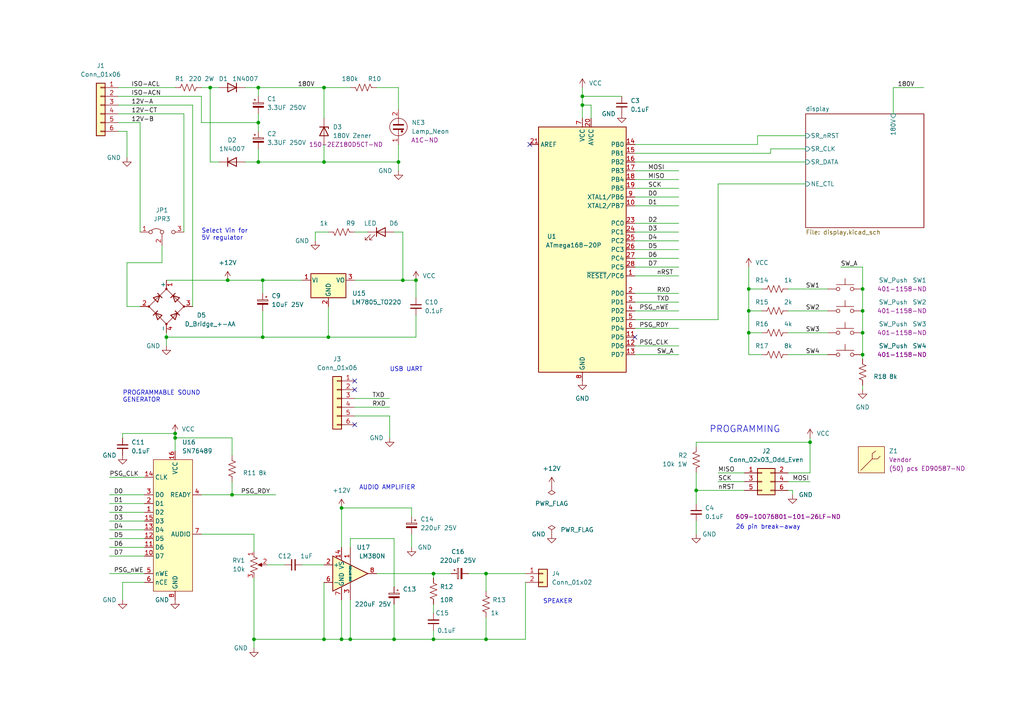
<source format=kicad_sch>
(kicad_sch (version 20211123) (generator eeschema)
  (paper "A4")
  (lib_symbols
    (symbol "Amplifier_Audio:LM380N" (pin_names (offset 0.127))
      (property "Reference" "U" (at 6.35 6.35 0))
      (property "Value" "LM380N" (at 6.35 3.81 0))
      (symbol "LM380N_0_1"
        (polyline (pts (xy -5.08 5.08) (xy 5.08 0) (xy -5.08 -5.08) (xy -5.08 5.08)) (stroke (width 0.254)) (fill (type background)))
      )
      (symbol "LM380N_1_1"
        (pin passive line (at 0 7.62 270) (length 5.08) (name "BYPASS") (number "1"))
        (pin passive line (at 0 -7.62 90) (length 5.08) hide (name "GND") (number "10"))
        (pin passive line (at 0 -7.62 90) (length 5.08) hide (name "GND") (number "11"))
        (pin passive line (at 0 -7.62 90) (length 5.08) hide (name "GND") (number "12"))
        (pin no_connect line (at 0 -2.54 90) (length 2.54) hide (name "NC") (number "13"))
        (pin power_in line (at -2.54 7.62 270) (length 3.81) (name "VS") (number "14"))
        (pin input line (at -7.62 2.54 0) (length 2.54) (name "+") (number "2"))
        (pin power_in line (at 0 -7.62 90) (length 5.08) (name "GND") (number "3"))
        (pin passive line (at 0 -7.62 90) (length 5.08) hide (name "GND") (number "4"))
        (pin passive line (at 0 -7.62 90) (length 5.08) hide (name "GND") (number "5"))
        (pin input line (at -7.62 -2.54 0) (length 2.54) (name "-") (number "6"))
        (pin power_in line (at -2.54 -7.62 90) (length 3.81) (name "GND") (number "7"))
        (pin output line (at 7.62 0 180) (length 2.54) (name "~") (number "8"))
        (pin no_connect line (at 0 2.54 270) (length 2.54) hide (name "NC") (number "9"))
      )
    )
    (symbol "Connector_Generic:Conn_01x02" (pin_names (offset 1.016) hide)
      (property "Reference" "J" (at 0 2.54 0))
      (property "Value" "Conn_01x02" (at 0 -5.08 0))
      (symbol "Conn_01x02_1_1"
        (rectangle (start -1.27 -2.413) (end 0 -2.667) (stroke (width 0.1524)))
        (rectangle (start -1.27 0.127) (end 0 -0.127) (stroke (width 0.1524)))
        (rectangle (start -1.27 1.27) (end 1.27 -3.81) (stroke (width 0.254)) (fill (type background)))
        (pin passive line (at -5.08 0 0) (length 3.81) (name "Pin_1") (number "1"))
        (pin passive line (at -5.08 -2.54 0) (length 3.81) (name "Pin_2") (number "2"))
      )
    )
    (symbol "Connector_Generic:Conn_01x06" (pin_names (offset 1.016) hide)
      (property "Reference" "J" (at 0 7.62 0))
      (property "Value" "Conn_01x06" (at 0 -10.16 0))
      (symbol "Conn_01x06_1_1"
        (rectangle (start -1.27 -7.493) (end 0 -7.747) (stroke (width 0.1524)))
        (rectangle (start -1.27 -4.953) (end 0 -5.207) (stroke (width 0.1524)))
        (rectangle (start -1.27 -2.413) (end 0 -2.667) (stroke (width 0.1524)))
        (rectangle (start -1.27 0.127) (end 0 -0.127) (stroke (width 0.1524)))
        (rectangle (start -1.27 2.667) (end 0 2.413) (stroke (width 0.1524)))
        (rectangle (start -1.27 5.207) (end 0 4.953) (stroke (width 0.1524)))
        (rectangle (start -1.27 6.35) (end 1.27 -8.89) (stroke (width 0.254)) (fill (type background)))
        (pin passive line (at -5.08 5.08 0) (length 3.81) (name "Pin_1") (number "1"))
        (pin passive line (at -5.08 2.54 0) (length 3.81) (name "Pin_2") (number "2"))
        (pin passive line (at -5.08 0 0) (length 3.81) (name "Pin_3") (number "3"))
        (pin passive line (at -5.08 -2.54 0) (length 3.81) (name "Pin_4") (number "4"))
        (pin passive line (at -5.08 -5.08 0) (length 3.81) (name "Pin_5") (number "5"))
        (pin passive line (at -5.08 -7.62 0) (length 3.81) (name "Pin_6") (number "6"))
      )
    )
    (symbol "Connector_Generic:Conn_02x03_Odd_Even" (pin_names (offset 1.016) hide)
      (property "Reference" "J" (at 1.27 5.08 0))
      (property "Value" "Conn_02x03_Odd_Even" (at 1.27 -5.08 0))
      (symbol "Conn_02x03_Odd_Even_1_1"
        (rectangle (start -1.27 -2.413) (end 0 -2.667) (stroke (width 0.1524)))
        (rectangle (start -1.27 0.127) (end 0 -0.127) (stroke (width 0.1524)))
        (rectangle (start -1.27 2.667) (end 0 2.413) (stroke (width 0.1524)))
        (rectangle (start -1.27 3.81) (end 3.81 -3.81) (stroke (width 0.254)) (fill (type background)))
        (rectangle (start 3.81 -2.413) (end 2.54 -2.667) (stroke (width 0.1524)))
        (rectangle (start 3.81 0.127) (end 2.54 -0.127) (stroke (width 0.1524)))
        (rectangle (start 3.81 2.667) (end 2.54 2.413) (stroke (width 0.1524)))
        (pin passive line (at -5.08 2.54 0) (length 3.81) (name "Pin_1") (number "1"))
        (pin passive line (at 7.62 2.54 180) (length 3.81) (name "Pin_2") (number "2"))
        (pin passive line (at -5.08 0 0) (length 3.81) (name "Pin_3") (number "3"))
        (pin passive line (at 7.62 0 180) (length 3.81) (name "Pin_4") (number "4"))
        (pin passive line (at -5.08 -2.54 0) (length 3.81) (name "Pin_5") (number "5"))
        (pin passive line (at 7.62 -2.54 180) (length 3.81) (name "Pin_6") (number "6"))
      )
    )
    (symbol "Device:C_Polarized_Small" (pin_numbers hide) (pin_names (offset 0.254) hide)
      (property "Reference" "C" (at 0.254 1.778 0))
      (property "Value" "C_Polarized_Small" (at 0.254 -2.032 0))
      (symbol "C_Polarized_Small_0_1"
        (rectangle (start -1.524 -0.3048) (end 1.524 -0.6858) (fill (type outline)))
        (rectangle (start -1.524 0.6858) (end 1.524 0.3048))
        (polyline (pts (xy -1.27 1.524) (xy -0.762 1.524)))
        (polyline (pts (xy -1.016 1.27) (xy -1.016 1.778)))
      )
      (symbol "C_Polarized_Small_1_1"
        (pin passive line (at 0 2.54 270) (length 1.8542) (name "~") (number "1"))
        (pin passive line (at 0 -2.54 90) (length 1.8542) (name "~") (number "2"))
      )
    )
    (symbol "Device:C_Small" (pin_numbers hide) (pin_names (offset 0.254) hide)
      (property "Reference" "C" (at 0.254 1.778 0))
      (property "Value" "C_Small" (at 0.254 -2.032 0))
      (symbol "C_Small_0_1"
        (polyline (pts (xy -1.524 -0.508) (xy 1.524 -0.508)) (stroke (width 0.3302)))
        (polyline (pts (xy -1.524 0.508) (xy 1.524 0.508)) (stroke (width 0.3048)))
      )
      (symbol "C_Small_1_1"
        (pin passive line (at 0 2.54 270) (length 2.032) (name "~") (number "1"))
        (pin passive line (at 0 -2.54 90) (length 2.032) (name "~") (number "2"))
      )
    )
    (symbol "Device:D_Bridge_+AA-" (pin_names (offset 0))
      (property "Reference" "D" (at 2.54 6.985 0))
      (property "Value" "D_Bridge_+AA-" (at 2.54 5.08 0))
      (symbol "D_Bridge_+AA-_0_1"
        (circle (center -5.08 0) (radius 0.254) (fill (type outline)))
        (circle (center 0 -5.08) (radius 0.254) (fill (type outline)))
        (polyline (pts (xy -2.54 3.81) (xy -1.27 2.54)) (stroke (width 0.254)))
        (polyline (pts (xy -1.27 -2.54) (xy -2.54 -3.81)) (stroke (width 0.254)))
        (polyline (pts (xy 2.54 -1.27) (xy 3.81 -2.54)) (stroke (width 0.254)))
        (polyline (pts (xy 2.54 1.27) (xy 3.81 2.54)) (stroke (width 0.254)))
        (polyline (pts (xy -3.81 2.54) (xy -2.54 1.27) (xy -1.905 3.175) (xy -3.81 2.54)) (stroke (width 0.254)))
        (polyline (pts (xy -2.54 -1.27) (xy -3.81 -2.54) (xy -1.905 -3.175) (xy -2.54 -1.27)) (stroke (width 0.254)))
        (polyline (pts (xy 1.27 2.54) (xy 2.54 3.81) (xy 3.175 1.905) (xy 1.27 2.54)) (stroke (width 0.254)))
        (polyline (pts (xy 3.175 -1.905) (xy 1.27 -2.54) (xy 2.54 -3.81) (xy 3.175 -1.905)) (stroke (width 0.254)))
        (polyline (pts (xy -5.08 0) (xy 0 -5.08) (xy 5.08 0) (xy 0 5.08) (xy -5.08 0)))
        (circle (center 0 5.08) (radius 0.254) (fill (type outline)))
        (circle (center 5.08 0) (radius 0.254) (fill (type outline)))
      )
      (symbol "D_Bridge_+AA-_1_1"
        (pin passive line (at 7.62 0 180) (length 2.54) (name "+") (number "1"))
        (pin passive line (at 0 7.62 270) (length 2.54) (name "~") (number "2"))
        (pin passive line (at 0 -7.62 90) (length 2.54) (name "~") (number "3"))
        (pin passive line (at -7.62 0 0) (length 2.54) (name "-") (number "4"))
      )
    )
    (symbol "Device:D_Zener" (pin_numbers hide) (pin_names (offset 1.016) hide)
      (property "Reference" "D" (at 0 2.54 0))
      (property "Value" "D_Zener" (at 0 -2.54 0))
      (symbol "D_Zener_0_1"
        (polyline (pts (xy 1.27 0) (xy -1.27 0)))
        (polyline (pts (xy -1.27 -1.27) (xy -1.27 1.27) (xy -0.762 1.27)) (stroke (width 0.254)))
        (polyline (pts (xy 1.27 -1.27) (xy 1.27 1.27) (xy -1.27 0) (xy 1.27 -1.27)) (stroke (width 0.254)))
      )
      (symbol "D_Zener_1_1"
        (pin passive line (at -3.81 0 0) (length 2.54) (name "K") (number "1"))
        (pin passive line (at 3.81 0 180) (length 2.54) (name "A") (number "2"))
      )
    )
    (symbol "Device:LED" (pin_numbers hide) (pin_names (offset 1.016) hide)
      (property "Reference" "D" (at 0 2.54 0))
      (property "Value" "LED" (at 0 -2.54 0))
      (symbol "LED_0_1"
        (polyline (pts (xy -1.27 -1.27) (xy -1.27 1.27)) (stroke (width 0.254)))
        (polyline (pts (xy -1.27 0) (xy 1.27 0)))
        (polyline (pts (xy 1.27 -1.27) (xy 1.27 1.27) (xy -1.27 0) (xy 1.27 -1.27)) (stroke (width 0.254)))
        (polyline (pts (xy -3.048 -0.762) (xy -4.572 -2.286) (xy -3.81 -2.286) (xy -4.572 -2.286) (xy -4.572 -1.524)))
        (polyline (pts (xy -1.778 -0.762) (xy -3.302 -2.286) (xy -2.54 -2.286) (xy -3.302 -2.286) (xy -3.302 -1.524)))
      )
      (symbol "LED_1_1"
        (pin passive line (at -3.81 0 0) (length 2.54) (name "K") (number "1"))
        (pin passive line (at 3.81 0 180) (length 2.54) (name "A") (number "2"))
      )
    )
    (symbol "Device:Lamp_Neon" (pin_names (offset 0.0254) hide)
      (property "Reference" "NE" (at 0.635 3.81 0))
      (property "Value" "Lamp_Neon" (at 0.635 -3.81 0))
      (symbol "Lamp_Neon_0_1"
        (rectangle (start -1.524 -0.508) (end 1.524 -0.762) (fill (type outline)))
        (rectangle (start -1.524 0.762) (end 1.524 0.508) (fill (type outline)))
        (polyline (pts (xy 0 -2.54) (xy 0 -0.762)))
        (polyline (pts (xy 0 0.762) (xy 0 2.54)))
        (circle (center 0 0) (radius 2.54))
        (circle (center 1.016 -1.27) (radius 0.254) (fill (type outline)))
      )
      (symbol "Lamp_Neon_1_1"
        (pin passive line (at 0 -5.08 90) (length 2.54) (name "~") (number "1"))
        (pin passive line (at 0 5.08 270) (length 2.54) (name "~") (number "2"))
      )
    )
    (symbol "Device:R_Potentiometer_US" (pin_names (offset 1.016) hide)
      (property "Reference" "RV" (at -4.445 0 90))
      (property "Value" "R_Potentiometer_US" (at -2.54 0 90))
      (symbol "R_Potentiometer_US_0_1"
        (polyline (pts (xy 0 -2.286) (xy 0 -2.54)))
        (polyline (pts (xy 0 2.54) (xy 0 2.286)))
        (polyline (pts (xy 2.54 0) (xy 1.524 0)))
        (polyline (pts (xy 1.143 0) (xy 2.286 0.508) (xy 2.286 -0.508) (xy 1.143 0)) (fill (type outline)))
        (polyline (pts (xy 0 -0.762) (xy 1.016 -1.143) (xy 0 -1.524) (xy -1.016 -1.905) (xy 0 -2.286)))
        (polyline (pts (xy 0 0.762) (xy 1.016 0.381) (xy 0 0) (xy -1.016 -0.381) (xy 0 -0.762)))
        (polyline (pts (xy 0 2.286) (xy 1.016 1.905) (xy 0 1.524) (xy -1.016 1.143) (xy 0 0.762)))
      )
      (symbol "R_Potentiometer_US_1_1"
        (pin passive line (at 0 3.81 270) (length 1.27) (name "1") (number "1"))
        (pin passive line (at 3.81 0 180) (length 1.27) (name "2") (number "2"))
        (pin passive line (at 0 -3.81 90) (length 1.27) (name "3") (number "3"))
      )
    )
    (symbol "Device:R_US" (pin_numbers hide) (pin_names (offset 0))
      (property "Reference" "R" (at 2.54 0 90))
      (property "Value" "R_US" (at -2.54 0 90))
      (symbol "R_US_0_1"
        (polyline (pts (xy 0 -2.286) (xy 0 -2.54)))
        (polyline (pts (xy 0 2.286) (xy 0 2.54)))
        (polyline (pts (xy 0 -0.762) (xy 1.016 -1.143) (xy 0 -1.524) (xy -1.016 -1.905) (xy 0 -2.286)))
        (polyline (pts (xy 0 0.762) (xy 1.016 0.381) (xy 0 0) (xy -1.016 -0.381) (xy 0 -0.762)))
        (polyline (pts (xy 0 2.286) (xy 1.016 1.905) (xy 0 1.524) (xy -1.016 1.143) (xy 0 0.762)))
      )
      (symbol "R_US_1_1"
        (pin passive line (at 0 3.81 270) (length 1.27) (name "~") (number "1"))
        (pin passive line (at 0 -3.81 90) (length 1.27) (name "~") (number "2"))
      )
    )
    (symbol "Diode:1N4007" (pin_numbers hide) (pin_names hide)
      (property "Reference" "D" (at 0 2.54 0))
      (property "Value" "1N4007" (at 0 -2.54 0))
      (symbol "1N4007_0_1"
        (polyline (pts (xy -1.27 1.27) (xy -1.27 -1.27)) (stroke (width 0.254)))
        (polyline (pts (xy 1.27 0) (xy -1.27 0)))
        (polyline (pts (xy 1.27 1.27) (xy 1.27 -1.27) (xy -1.27 0) (xy 1.27 1.27)) (stroke (width 0.254)))
      )
      (symbol "1N4007_1_1"
        (pin passive line (at -3.81 0 0) (length 2.54) (name "K") (number "1"))
        (pin passive line (at 3.81 0 180) (length 2.54) (name "A") (number "2"))
      )
    )
    (symbol "Jumper:Jumper_3_Bridged12" (pin_names (offset 0) hide)
      (property "Reference" "JP" (at -2.54 -2.54 0))
      (property "Value" "Jumper_3_Bridged12" (at 0 2.794 0))
      (symbol "Jumper_3_Bridged12_0_0"
        (circle (center -3.302 0) (radius 0.508))
        (circle (center 0 0) (radius 0.508))
        (circle (center 3.302 0) (radius 0.508))
      )
      (symbol "Jumper_3_Bridged12_0_1"
        (arc (start -0.254 0.508) (mid -1.651 0.9912) (end -3.048 0.508))
        (polyline (pts (xy 0 -1.27) (xy 0 -0.508)))
      )
      (symbol "Jumper_3_Bridged12_1_1"
        (pin passive line (at -6.35 0 0) (length 2.54) (name "A") (number "1"))
        (pin passive line (at 0 -3.81 90) (length 2.54) (name "C") (number "2"))
        (pin passive line (at 6.35 0 180) (length 2.54) (name "B") (number "3"))
      )
    )
    (symbol "MCU_Microchip_ATmega:ATmega168-20P"
      (property "Reference" "U" (at -12.7 36.83 0))
      (property "Value" "ATmega168-20P" (at 2.54 -36.83 0))
      (symbol "ATmega168-20P_0_1"
        (rectangle (start -12.7 -35.56) (end 12.7 35.56) (stroke (width 0.254)) (fill (type background)))
      )
      (symbol "ATmega168-20P_1_1"
        (pin bidirectional line (at 15.24 -7.62 180) (length 2.54) (name "~{RESET}/PC6") (number "1"))
        (pin bidirectional line (at 15.24 12.7 180) (length 2.54) (name "XTAL2/PB7") (number "10"))
        (pin bidirectional line (at 15.24 -25.4 180) (length 2.54) (name "PD5") (number "11"))
        (pin bidirectional line (at 15.24 -27.94 180) (length 2.54) (name "PD6") (number "12"))
        (pin bidirectional line (at 15.24 -30.48 180) (length 2.54) (name "PD7") (number "13"))
        (pin bidirectional line (at 15.24 30.48 180) (length 2.54) (name "PB0") (number "14"))
        (pin bidirectional line (at 15.24 27.94 180) (length 2.54) (name "PB1") (number "15"))
        (pin bidirectional line (at 15.24 25.4 180) (length 2.54) (name "PB2") (number "16"))
        (pin bidirectional line (at 15.24 22.86 180) (length 2.54) (name "PB3") (number "17"))
        (pin bidirectional line (at 15.24 20.32 180) (length 2.54) (name "PB4") (number "18"))
        (pin bidirectional line (at 15.24 17.78 180) (length 2.54) (name "PB5") (number "19"))
        (pin bidirectional line (at 15.24 -12.7 180) (length 2.54) (name "PD0") (number "2"))
        (pin power_in line (at 2.54 38.1 270) (length 2.54) (name "AVCC") (number "20"))
        (pin passive line (at -15.24 30.48 0) (length 2.54) (name "AREF") (number "21"))
        (pin passive line (at 0 -38.1 90) (length 2.54) hide (name "GND") (number "22"))
        (pin bidirectional line (at 15.24 7.62 180) (length 2.54) (name "PC0") (number "23"))
        (pin bidirectional line (at 15.24 5.08 180) (length 2.54) (name "PC1") (number "24"))
        (pin bidirectional line (at 15.24 2.54 180) (length 2.54) (name "PC2") (number "25"))
        (pin bidirectional line (at 15.24 0 180) (length 2.54) (name "PC3") (number "26"))
        (pin bidirectional line (at 15.24 -2.54 180) (length 2.54) (name "PC4") (number "27"))
        (pin bidirectional line (at 15.24 -5.08 180) (length 2.54) (name "PC5") (number "28"))
        (pin bidirectional line (at 15.24 -15.24 180) (length 2.54) (name "PD1") (number "3"))
        (pin bidirectional line (at 15.24 -17.78 180) (length 2.54) (name "PD2") (number "4"))
        (pin bidirectional line (at 15.24 -20.32 180) (length 2.54) (name "PD3") (number "5"))
        (pin bidirectional line (at 15.24 -22.86 180) (length 2.54) (name "PD4") (number "6"))
        (pin power_in line (at 0 38.1 270) (length 2.54) (name "VCC") (number "7"))
        (pin power_in line (at 0 -38.1 90) (length 2.54) (name "GND") (number "8"))
        (pin bidirectional line (at 15.24 15.24 180) (length 2.54) (name "XTAL1/PB6") (number "9"))
      )
    )
    (symbol "Regulator_Linear:LM7805_TO220" (pin_names (offset 0.254))
      (property "Reference" "U" (at -3.81 3.175 0))
      (property "Value" "LM7805_TO220" (at 0 3.175 0))
      (symbol "LM7805_TO220_0_1"
        (rectangle (start -5.08 1.905) (end 5.08 -5.08) (stroke (width 0.254)) (fill (type background)))
      )
      (symbol "LM7805_TO220_1_1"
        (pin power_in line (at -7.62 0 0) (length 2.54) (name "VI") (number "1"))
        (pin power_in line (at 0 -7.62 90) (length 2.54) (name "GND") (number "2"))
        (pin power_out line (at 7.62 0 180) (length 2.54) (name "VO") (number "3"))
      )
    )
    (symbol "Switch:SW_Push" (pin_numbers hide) (pin_names (offset 1.016) hide)
      (property "Reference" "SW" (at 1.27 2.54 0))
      (property "Value" "SW_Push" (at 0 -1.524 0))
      (symbol "SW_Push_0_1"
        (circle (center -2.032 0) (radius 0.508))
        (polyline (pts (xy 0 1.27) (xy 0 3.048)))
        (polyline (pts (xy 2.54 1.27) (xy -2.54 1.27)))
        (circle (center 2.032 0) (radius 0.508))
        (pin passive line (at -5.08 0 0) (length 2.54) (name "1") (number "1"))
        (pin passive line (at 5.08 0 180) (length 2.54) (name "2") (number "2"))
      )
    )
    (symbol "my_misc:BOM_Item" (on_board no)
      (property "Reference" "Z" (at -5.08 2.54 0))
      (property "Vendor" "Vendor" (at 12.192 -3.81 0))
      (property "CatNo" "CatNo" (at 20.32 -3.81 0))
      (symbol "BOM_Item_0_1"
        (polyline (pts (xy 4.064 -3.556) (xy 4.064 -2.032) (xy 5.08 -1.27)))
        (polyline (pts (xy 0.762 -6.858) (xy 4.064 -3.556) (xy 5.588 -3.556) (xy 6.35 -2.794)))
        (rectangle (start 0 0) (end 7.62 -7.62) (fill (type background)))
      )
    )
    (symbol "power:+12V" (power) (pin_names (offset 0))
      (property "Value" "+12V" (at 0 3.556 0))
      (symbol "+12V_0_1"
        (polyline (pts (xy -0.762 1.27) (xy 0 2.54)))
        (polyline (pts (xy 0 0) (xy 0 2.54)))
        (polyline (pts (xy 0 2.54) (xy 0.762 1.27)))
      )
      (symbol "+12V_1_1"
        (pin power_in line (at 0 0 90) (length 0) hide (name "+12V") (number "1"))
      )
    )
    (symbol "power:GND" (power) (pin_names (offset 0))
      (property "Value" "GND" (at 0 -3.81 0))
      (symbol "GND_0_1"
        (polyline (pts (xy 0 0) (xy 0 -1.27) (xy 1.27 -1.27) (xy 0 -2.54) (xy -1.27 -1.27) (xy 0 -1.27)))
      )
      (symbol "GND_1_1"
        (pin power_in line (at 0 0 270) (length 0) hide (name "GND") (number "1"))
      )
    )
    (symbol "power:PWR_FLAG" (power) (pin_numbers hide) (pin_names (offset 0) hide)
      (property "Value" "PWR_FLAG" (at 0 3.81 0))
      (symbol "PWR_FLAG_0_0"
        (pin power_out line (at 0 0 90) (length 0) (name "pwr") (number "1"))
      )
      (symbol "PWR_FLAG_0_1"
        (polyline (pts (xy 0 0) (xy 0 1.27) (xy -1.016 1.905) (xy 0 2.54) (xy 1.016 1.905) (xy 0 1.27)))
      )
    )
    (symbol "power:VCC" (power) (pin_names (offset 0))
      (property "Value" "VCC" (at 0 3.81 0))
      (symbol "VCC_0_1"
        (polyline (pts (xy -0.762 1.27) (xy 0 2.54)))
        (polyline (pts (xy 0 0) (xy 0 2.54)))
        (polyline (pts (xy 0 2.54) (xy 0.762 1.27)))
      )
      (symbol "VCC_1_1"
        (pin power_in line (at 0 0 90) (length 0) hide (name "VCC") (number "1"))
      )
    )
    (symbol "sound_gen:SN76489"
      (property "Reference" "U" (at 6.35 22.86 0))
      (property "Value" "SN76489" (at 10.16 20.32 0))
      (symbol "SN76489_0_1"
        (rectangle (start -6.35 19.05) (end 5.08 -19.05) (fill (type background)))
      )
      (symbol "SN76489_1_1"
        (pin input line (at -8.89 3.81 0) (length 2.54) (name "D2") (number "1"))
        (pin input line (at -8.89 -8.89 0) (length 2.54) (name "D7") (number "10"))
        (pin input line (at -8.89 -6.35 0) (length 2.54) (name "D6") (number "11"))
        (pin input line (at -8.89 -3.81 0) (length 2.54) (name "D5") (number "12"))
        (pin input line (at -8.89 -1.27 0) (length 2.54) (name "D4") (number "13"))
        (pin input line (at -8.89 13.97 0) (length 2.54) (name "CLK") (number "14"))
        (pin input line (at -8.89 1.27 0) (length 2.54) (name "D3") (number "15"))
        (pin passive line (at 0 21.59 270) (length 2.54) (name "VCC") (number "16"))
        (pin input line (at -8.89 6.35 0) (length 2.54) (name "D1") (number "2"))
        (pin input line (at -8.89 8.89 0) (length 2.54) (name "D0") (number "3"))
        (pin output line (at 7.62 8.89 180) (length 2.54) (name "READY") (number "4"))
        (pin input line (at -8.89 -13.97 0) (length 2.54) (name "nWE") (number "5"))
        (pin input line (at -8.89 -16.51 0) (length 2.54) (name "nCE") (number "6"))
        (pin output line (at 7.62 -2.54 180) (length 2.54) (name "AUDIO") (number "7"))
        (pin passive line (at 0 -21.59 90) (length 2.54) (name "GND") (number "8"))
      )
    )
  )
  (junction (at 50.8 125.73))
  (junction (at 48.26 97.79))
  (junction (at 74.93 25.4))
  (junction (at 140.97 166.37))
  (junction (at 66.04 81.28))
  (junction (at 168.91 30.48))
  (junction (at 114.3 185.42))
  (junction (at 101.6 185.42))
  (junction (at 217.17 96.52))
  (junction (at 74.93 35.56))
  (junction (at 74.93 46.99))
  (junction (at 168.91 27.94))
  (junction (at 73.66 185.42))
  (junction (at 76.2 97.79))
  (junction (at 115.57 46.99))
  (junction (at 217.17 90.17))
  (junction (at 99.06 185.42))
  (junction (at 125.73 185.42))
  (junction (at 250.19 96.52))
  (junction (at 250.19 83.82))
  (junction (at 217.17 83.82))
  (junction (at 93.98 46.99))
  (junction (at 201.93 142.24))
  (junction (at 250.19 90.17))
  (junction (at 67.31 143.51))
  (junction (at 60.96 25.4))
  (junction (at 76.2 81.28))
  (junction (at 120.65 81.28))
  (junction (at 93.98 25.4))
  (junction (at 93.98 185.42))
  (junction (at 140.97 185.42))
  (junction (at 99.06 147.32))
  (junction (at 95.25 97.79))
  (junction (at 116.84 81.28))
  (junction (at 50.8 127))
  (junction (at 250.19 102.87))
  (junction (at 125.73 166.37))
  (junction (at 234.95 128.27))
  (no_connect (at 184.15 97.79))
  (no_connect (at 102.87 123.19))
  (no_connect (at 153.67 41.91))
  (no_connect (at 102.87 110.49))
  (no_connect (at 102.87 113.03))
  (wire (pts (xy 201.93 151.13) (xy 201.93 154.94)))
  (wire (pts (xy 115.57 41.91) (xy 115.57 46.99)))
  (wire (pts (xy 217.17 83.82) (xy 220.98 83.82)))
  (wire (pts (xy 120.65 86.36) (xy 120.65 81.28)))
  (wire (pts (xy 93.98 41.91) (xy 93.98 46.99)))
  (wire (pts (xy 119.38 147.32) (xy 119.38 149.86)))
  (wire (pts (xy 102.87 118.11) (xy 113.03 118.11)))
  (wire (pts (xy 125.73 185.42) (xy 114.3 185.42)))
  (wire (pts (xy 250.19 90.17) (xy 250.19 96.52)))
  (wire (pts (xy 208.28 92.71) (xy 208.28 53.34)))
  (wire (pts (xy 74.93 25.4) (xy 74.93 27.94)))
  (wire (pts (xy 140.97 166.37) (xy 140.97 171.45)))
  (wire (pts (xy 217.17 90.17) (xy 220.98 90.17)))
  (wire (pts (xy 101.6 173.99) (xy 101.6 185.42)))
  (wire (pts (xy 31.75 151.13) (xy 41.91 151.13)))
  (wire (pts (xy 120.65 97.79) (xy 95.25 97.79)))
  (wire (pts (xy 125.73 166.37) (xy 130.81 166.37)))
  (wire (pts (xy 113.03 120.65) (xy 113.03 127)))
  (wire (pts (xy 228.6 102.87) (xy 240.03 102.87)))
  (wire (pts (xy 184.15 57.15) (xy 196.85 57.15)))
  (wire (pts (xy 135.89 166.37) (xy 140.97 166.37)))
  (wire (pts (xy 184.15 67.31) (xy 196.85 67.31)))
  (wire (pts (xy 217.17 96.52) (xy 217.17 102.87)))
  (wire (pts (xy 219.71 41.91) (xy 219.71 39.37)))
  (wire (pts (xy 31.75 146.05) (xy 41.91 146.05)))
  (wire (pts (xy 229.87 142.24) (xy 229.87 143.51)))
  (wire (pts (xy 67.31 143.51) (xy 80.01 143.51)))
  (wire (pts (xy 114.3 67.31) (xy 116.84 67.31)))
  (wire (pts (xy 184.15 64.77) (xy 196.85 64.77)))
  (wire (pts (xy 171.45 30.48) (xy 168.91 30.48)))
  (wire (pts (xy 35.56 168.91) (xy 35.56 173.99)))
  (wire (pts (xy 77.47 163.83) (xy 82.55 163.83)))
  (wire (pts (xy 34.29 25.4) (xy 50.8 25.4)))
  (wire (pts (xy 208.28 53.34) (xy 233.68 53.34)))
  (wire (pts (xy 102.87 67.31) (xy 106.68 67.31)))
  (wire (pts (xy 250.19 83.82) (xy 250.19 90.17)))
  (wire (pts (xy 35.56 127) (xy 35.56 125.73)))
  (wire (pts (xy 184.15 87.63) (xy 196.85 87.63)))
  (wire (pts (xy 76.2 97.79) (xy 48.26 97.79)))
  (wire (pts (xy 184.15 41.91) (xy 219.71 41.91)))
  (wire (pts (xy 74.93 35.56) (xy 74.93 38.1)))
  (wire (pts (xy 93.98 168.91) (xy 93.98 185.42)))
  (wire (pts (xy 87.63 81.28) (xy 76.2 81.28)))
  (wire (pts (xy 31.75 153.67) (xy 41.91 153.67)))
  (wire (pts (xy 87.63 163.83) (xy 93.98 163.83)))
  (wire (pts (xy 201.93 142.24) (xy 215.9 142.24)))
  (wire (pts (xy 36.83 76.2) (xy 36.83 88.9)))
  (wire (pts (xy 120.65 91.44) (xy 120.65 97.79)))
  (wire (pts (xy 184.15 100.33) (xy 196.85 100.33)))
  (wire (pts (xy 40.64 35.56) (xy 34.29 35.56)))
  (wire (pts (xy 184.15 77.47) (xy 196.85 77.47)))
  (wire (pts (xy 53.34 33.02) (xy 53.34 67.31)))
  (wire (pts (xy 55.88 30.48) (xy 55.88 88.9)))
  (wire (pts (xy 60.96 46.99) (xy 63.5 46.99)))
  (wire (pts (xy 76.2 81.28) (xy 76.2 85.09)))
  (wire (pts (xy 250.19 111.76) (xy 250.19 113.03)))
  (wire (pts (xy 184.15 49.53) (xy 196.85 49.53)))
  (wire (pts (xy 217.17 77.47) (xy 217.17 83.82)))
  (wire (pts (xy 31.75 166.37) (xy 41.91 166.37)))
  (wire (pts (xy 109.22 25.4) (xy 115.57 25.4)))
  (wire (pts (xy 109.22 166.37) (xy 125.73 166.37)))
  (wire (pts (xy 201.93 128.27) (xy 234.95 128.27)))
  (wire (pts (xy 99.06 185.42) (xy 93.98 185.42)))
  (wire (pts (xy 116.84 81.28) (xy 102.87 81.28)))
  (wire (pts (xy 250.19 102.87) (xy 250.19 104.14)))
  (wire (pts (xy 36.83 38.1) (xy 34.29 38.1)))
  (wire (pts (xy 114.3 156.21) (xy 114.3 170.18)))
  (wire (pts (xy 34.29 33.02) (xy 53.34 33.02)))
  (wire (pts (xy 228.6 142.24) (xy 229.87 142.24)))
  (wire (pts (xy 93.98 25.4) (xy 74.93 25.4)))
  (wire (pts (xy 58.42 27.94) (xy 58.42 35.56)))
  (wire (pts (xy 115.57 46.99) (xy 115.57 49.53)))
  (wire (pts (xy 66.04 81.28) (xy 76.2 81.28)))
  (wire (pts (xy 184.15 102.87) (xy 196.85 102.87)))
  (wire (pts (xy 250.19 96.52) (xy 250.19 102.87)))
  (wire (pts (xy 168.91 27.94) (xy 168.91 30.48)))
  (wire (pts (xy 140.97 166.37) (xy 152.4 166.37)))
  (wire (pts (xy 91.44 67.31) (xy 95.25 67.31)))
  (wire (pts (xy 76.2 90.17) (xy 76.2 97.79)))
  (wire (pts (xy 184.15 54.61) (xy 196.85 54.61)))
  (wire (pts (xy 228.6 90.17) (xy 240.03 90.17)))
  (wire (pts (xy 184.15 95.25) (xy 196.85 95.25)))
  (wire (pts (xy 120.65 81.28) (xy 116.84 81.28)))
  (wire (pts (xy 36.83 88.9) (xy 40.64 88.9)))
  (wire (pts (xy 250.19 83.82) (xy 250.19 77.47)))
  (wire (pts (xy 228.6 137.16) (xy 234.95 137.16)))
  (wire (pts (xy 48.26 96.52) (xy 48.26 97.79)))
  (wire (pts (xy 184.15 85.09) (xy 196.85 85.09)))
  (wire (pts (xy 184.15 80.01) (xy 196.85 80.01)))
  (wire (pts (xy 184.15 52.07) (xy 196.85 52.07)))
  (wire (pts (xy 50.8 125.73) (xy 50.8 127)))
  (wire (pts (xy 31.75 138.43) (xy 41.91 138.43)))
  (wire (pts (xy 217.17 96.52) (xy 220.98 96.52)))
  (wire (pts (xy 58.42 35.56) (xy 74.93 35.56)))
  (wire (pts (xy 208.28 139.7) (xy 215.9 139.7)))
  (wire (pts (xy 201.93 137.16) (xy 201.93 142.24)))
  (wire (pts (xy 95.25 97.79) (xy 76.2 97.79)))
  (wire (pts (xy 140.97 179.07) (xy 140.97 185.42)))
  (wire (pts (xy 234.95 127) (xy 234.95 128.27)))
  (wire (pts (xy 93.98 46.99) (xy 115.57 46.99)))
  (wire (pts (xy 41.91 168.91) (xy 35.56 168.91)))
  (wire (pts (xy 73.66 185.42) (xy 73.66 187.96)))
  (wire (pts (xy 58.42 143.51) (xy 67.31 143.51)))
  (wire (pts (xy 102.87 115.57) (xy 113.03 115.57)))
  (wire (pts (xy 40.64 67.31) (xy 40.64 35.56)))
  (wire (pts (xy 171.45 34.29) (xy 171.45 30.48)))
  (wire (pts (xy 184.15 46.99) (xy 233.68 46.99)))
  (wire (pts (xy 140.97 185.42) (xy 125.73 185.42)))
  (wire (pts (xy 74.93 43.18) (xy 74.93 46.99)))
  (wire (pts (xy 73.66 167.64) (xy 73.66 185.42)))
  (wire (pts (xy 31.75 143.51) (xy 41.91 143.51)))
  (wire (pts (xy 73.66 154.94) (xy 73.66 160.02)))
  (wire (pts (xy 101.6 156.21) (xy 114.3 156.21)))
  (wire (pts (xy 46.99 71.12) (xy 46.99 76.2)))
  (wire (pts (xy 184.15 44.45) (xy 223.52 44.45)))
  (wire (pts (xy 217.17 83.82) (xy 217.17 90.17)))
  (wire (pts (xy 31.75 158.75) (xy 41.91 158.75)))
  (wire (pts (xy 168.91 25.4) (xy 168.91 27.94)))
  (wire (pts (xy 184.15 59.69) (xy 196.85 59.69)))
  (wire (pts (xy 234.95 128.27) (xy 234.95 137.16)))
  (wire (pts (xy 34.29 27.94) (xy 58.42 27.94)))
  (wire (pts (xy 168.91 30.48) (xy 168.91 34.29)))
  (wire (pts (xy 48.26 81.28) (xy 66.04 81.28)))
  (wire (pts (xy 34.29 30.48) (xy 55.88 30.48)))
  (wire (pts (xy 243.84 77.47) (xy 250.19 77.47)))
  (wire (pts (xy 228.6 96.52) (xy 240.03 96.52)))
  (wire (pts (xy 228.6 83.82) (xy 240.03 83.82)))
  (wire (pts (xy 99.06 173.99) (xy 99.06 185.42)))
  (wire (pts (xy 71.12 25.4) (xy 74.93 25.4)))
  (wire (pts (xy 74.93 46.99) (xy 93.98 46.99)))
  (wire (pts (xy 58.42 25.4) (xy 60.96 25.4)))
  (wire (pts (xy 208.28 137.16) (xy 215.9 137.16)))
  (wire (pts (xy 228.6 139.7) (xy 234.95 139.7)))
  (wire (pts (xy 91.44 69.85) (xy 91.44 67.31)))
  (wire (pts (xy 125.73 182.88) (xy 125.73 185.42)))
  (wire (pts (xy 223.52 44.45) (xy 223.52 43.18)))
  (wire (pts (xy 152.4 185.42) (xy 140.97 185.42)))
  (wire (pts (xy 93.98 34.29) (xy 93.98 25.4)))
  (wire (pts (xy 119.38 154.94) (xy 119.38 158.75)))
  (wire (pts (xy 152.4 168.91) (xy 152.4 185.42)))
  (wire (pts (xy 217.17 90.17) (xy 217.17 96.52)))
  (wire (pts (xy 60.96 25.4) (xy 63.5 25.4)))
  (wire (pts (xy 220.98 102.87) (xy 217.17 102.87)))
  (wire (pts (xy 101.6 185.42) (xy 99.06 185.42)))
  (wire (pts (xy 201.93 146.05) (xy 201.93 142.24)))
  (wire (pts (xy 259.08 33.02) (xy 259.08 25.4)))
  (wire (pts (xy 67.31 139.7) (xy 67.31 143.51)))
  (wire (pts (xy 73.66 185.42) (xy 93.98 185.42)))
  (wire (pts (xy 116.84 67.31) (xy 116.84 81.28)))
  (wire (pts (xy 184.15 69.85) (xy 196.85 69.85)))
  (wire (pts (xy 31.75 148.59) (xy 41.91 148.59)))
  (wire (pts (xy 93.98 25.4) (xy 101.6 25.4)))
  (wire (pts (xy 223.52 43.18) (xy 233.68 43.18)))
  (wire (pts (xy 101.6 158.75) (xy 101.6 156.21)))
  (wire (pts (xy 102.87 120.65) (xy 113.03 120.65)))
  (wire (pts (xy 95.25 88.9) (xy 95.25 97.79)))
  (wire (pts (xy 219.71 39.37) (xy 233.68 39.37)))
  (wire (pts (xy 184.15 92.71) (xy 208.28 92.71)))
  (wire (pts (xy 67.31 132.08) (xy 67.31 127)))
  (wire (pts (xy 74.93 33.02) (xy 74.93 35.56)))
  (wire (pts (xy 60.96 25.4) (xy 60.96 46.99)))
  (wire (pts (xy 114.3 175.26) (xy 114.3 185.42)))
  (wire (pts (xy 201.93 129.54) (xy 201.93 128.27)))
  (wire (pts (xy 168.91 27.94) (xy 180.34 27.94)))
  (wire (pts (xy 67.31 127) (xy 50.8 127)))
  (wire (pts (xy 31.75 161.29) (xy 41.91 161.29)))
  (wire (pts (xy 46.99 76.2) (xy 36.83 76.2)))
  (wire (pts (xy 31.75 156.21) (xy 41.91 156.21)))
  (wire (pts (xy 125.73 175.26) (xy 125.73 177.8)))
  (wire (pts (xy 114.3 185.42) (xy 101.6 185.42)))
  (wire (pts (xy 259.08 25.4) (xy 267.97 25.4)))
  (wire (pts (xy 58.42 154.94) (xy 73.66 154.94)))
  (wire (pts (xy 48.26 97.79) (xy 48.26 100.33)))
  (wire (pts (xy 36.83 45.72) (xy 36.83 38.1)))
  (wire (pts (xy 50.8 127) (xy 50.8 130.81)))
  (wire (pts (xy 35.56 125.73) (xy 50.8 125.73)))
  (wire (pts (xy 115.57 25.4) (xy 115.57 31.75)))
  (wire (pts (xy 184.15 74.93) (xy 196.85 74.93)))
  (wire (pts (xy 71.12 46.99) (xy 74.93 46.99)))
  (wire (pts (xy 99.06 158.75) (xy 99.06 147.32)))
  (wire (pts (xy 99.06 147.32) (xy 119.38 147.32)))
  (wire (pts (xy 184.15 72.39) (xy 196.85 72.39)))
  (wire (pts (xy 184.15 90.17) (xy 196.85 90.17)))
  (wire (pts (xy 125.73 166.37) (xy 125.73 167.64)))
  (text "AUDIO AMPLIFIER" (at 104.14 142.24 0) (effects (font (size 1.27 1.27)) (justify left bottom)))
  (text "USB UART" (at 113.03 107.95 0) (effects (font (size 1.27 1.27)) (justify left bottom)))
  (text "Select Vin for\n5V regulator" (at 58.42 69.85 0) (effects (font (size 1.27 1.27)) (justify left bottom)))
  (text "26 pin break-away" (at 213.36 153.67 0) (effects (font (size 1.27 1.27)) (justify left bottom)))
  (text "PROGRAMMING" (at 205.74 125.73 0) (effects (font (size 1.905 1.905)) (justify left bottom)))
  (text "PROGRAMMABLE SOUND\nGENERATOR" (at 35.56 116.84 0) (effects (font (size 1.27 1.27)) (justify left bottom)))
  (text "SPEAKER" (at 157.48 175.26 0) (effects (font (size 1.27 1.27)) (justify left bottom)))
  (label "nRST" (at 208.28 142.24 0))
  (label "nRST" (at 190.5 80.01 0))
  (label "MISO" (at 187.96 52.07 0))
  (label "D1" (at 33.02 146.05 0))
  (label "D7" (at 187.96 77.47 0))
  (label "ISO-ACL" (at 38.1 25.4 0))
  (label "TXD" (at 190.5 87.63 0))
  (label "D0" (at 187.96 57.15 0))
  (label "SCK" (at 187.96 54.61 0))
  (label "ISO-ACN" (at 38.1 27.94 0))
  (label "MOSI" (at 229.87 139.7 0))
  (label "MOSI" (at 187.96 49.53 0))
  (label "D4" (at 187.96 69.85 0))
  (label "PSG_nWE" (at 33.02 166.37 0))
  (label "D5" (at 33.02 156.21 0))
  (label "RXD" (at 107.95 118.11 0))
  (label "D3" (at 33.02 151.13 0))
  (label "D2" (at 33.02 148.59 0))
  (label "D1" (at 187.96 59.69 0))
  (label "PSG_nWE" (at 185.42 90.17 0))
  (label "PSG_CLK" (at 185.42 100.33 0))
  (label "D3" (at 187.96 67.31 0))
  (label "SW4" (at 233.68 102.87 0))
  (label "180V" (at 86.36 25.4 0))
  (label "SW_A" (at 243.84 77.47 0))
  (label "180V" (at 260.35 25.4 0))
  (label "MISO" (at 208.28 137.16 0))
  (label "SW1" (at 233.68 83.82 0))
  (label "D5" (at 187.96 72.39 0))
  (label "TXD" (at 107.95 115.57 0))
  (label "SW3" (at 233.68 96.52 0))
  (label "D4" (at 33.02 153.67 0))
  (label "12V-A" (at 38.1 30.48 0))
  (label "12V-CT" (at 38.1 33.02 0))
  (label "PSG_RDY" (at 185.42 95.25 0))
  (label "D2" (at 187.96 64.77 0))
  (label "SW2" (at 233.68 90.17 0))
  (label "D6" (at 33.02 158.75 0))
  (label "RXD" (at 190.5 85.09 0))
  (label "12V-B" (at 38.1 35.56 0))
  (label "SCK" (at 208.28 139.7 0))
  (label "PSG_RDY" (at 69.85 143.51 0))
  (label "PSG_CLK" (at 31.75 138.43 0))
  (label "D6" (at 187.96 74.93 0))
  (label "D7" (at 33.02 161.29 0))
  (label "D0" (at 33.02 143.51 0))
  (label "SW_A" (at 190.5 102.87 0))
  (symbol (lib_id "Device:C_Polarized_Small") (at 133.35 166.37 90) (mirror x) (unit 1)
    (property "Reference" "C16" (at 132.8039 160.02 90))
    (property "Value" "220uF 25V" (at 132.8039 162.56 90))
    (property "Footprint" "Capacitor_THT:CP_Radial_D6.3mm_P2.50mm" (effects hide))
    (property "CatNo" "1189-1233-ND" (effects hide))
  )
  (symbol (lib_id "Connector_Generic:Conn_01x02") (at 157.48 166.37 0) (unit 1)
    (property "Reference" "J4" (at 160.02 166.3699 0) (effects (justify left)))
    (property "Value" "Conn_01x02" (at 160.02 168.9099 0) (effects (justify left)))
    (property "Footprint" "Connector_PinHeader_2.54mm:PinHeader_1x02_P2.54mm_Vertical" (effects hide))
  )
  (symbol (lib_id "Jumper:Jumper_3_Bridged12") (at 46.99 67.31 0) (unit 1)
    (property "Reference" "JP1" (at 46.99 60.96 0))
    (property "Value" "JPR3" (at 46.99 63.5 0))
    (property "Footprint" "Connector_PinHeader_2.54mm:PinHeader_1x03_P2.54mm_Vertical" (effects hide))
  )
  (symbol (lib_id "MCU_Microchip_ATmega:ATmega168-20P") (at 168.91 72.39 0) (unit 1)
    (property "Reference" "U1" (at 160.02 68.58 0))
    (property "Value" "ATmega168-20P" (at 166.37 71.12 0))
    (property "Footprint" "Package_DIP:DIP-28_W7.62mm" (effects hide))
    (property "Datasheet" "http://ww1.microchip.com/downloads/en/DeviceDoc/Atmel-2545-8-bit-AVR-Microcontroller-ATmega48-88-168_Datasheet.pdf" (effects hide))
    (property "CatNo" "ATMEGA168A-PU-ND" (effects hide))
  )
  (symbol (lib_id "Device:C_Polarized_Small") (at 76.2 87.63 0) (mirror y) (unit 1)
    (property "Reference" "C9" (at 78.74 85.8138 0) (effects (justify right)))
    (property "Value" "10uF 25V" (at 78.74 88.3538 0) (effects (justify right)))
    (property "Footprint" "Capacitor_THT:CP_Radial_D5.0mm_P2.00mm" (effects hide))
    (property "CatNo" "338-1716-ND" (effects hide))
  )
  (symbol (lib_id "power:GND") (at 35.56 173.99 0) (mirror y) (unit 1)
    (property "Reference" "#PWR030" (effects hide))
    (property "Value" "GND" (at 31.75 173.99 0))
  )
  (symbol (lib_id "power:GND") (at 168.91 110.49 0) (unit 1)
    (property "Reference" "#PWR04" (effects hide))
    (property "Value" "GND" (at 168.91 115.57 0))
  )
  (symbol (lib_id "power:GND") (at 119.38 158.75 0) (unit 1)
    (property "Reference" "#PWR036" (effects hide))
    (property "Value" "GND" (at 123.19 158.75 0))
  )
  (symbol (lib_id "my_misc:BOM_Item") (at 248.92 129.54 0) (unit 1) (on_board no)
    (property "Reference" "Z1" (at 257.81 130.8099 0) (effects (justify left)))
    (property "Value" "BOM_Item" (effects hide))
    (property "Vendor" "Vendor" (at 257.81 133.3499 0) (effects (justify left)))
    (property "CatNo" "(50) pcs ED90587-ND" (at 257.81 135.8899 0) (effects (justify left)))
  )
  (symbol (lib_id "power:GND") (at 91.44 69.85 0) (mirror y) (unit 1)
    (property "Reference" "#PWR027" (effects hide))
    (property "Value" "GND" (at 87.63 69.85 0))
  )
  (symbol (lib_id "Device:C_Polarized_Small") (at 119.38 152.4 0) (mirror y) (unit 1)
    (property "Reference" "C14" (at 121.92 150.5838 0) (effects (justify right)))
    (property "Value" "220uF 25V" (at 121.92 153.1238 0) (effects (justify right)))
    (property "Footprint" "Capacitor_THT:CP_Radial_D6.3mm_P2.50mm" (effects hide))
    (property "CatNo" "1189-1233-ND" (effects hide))
  )
  (symbol (lib_id "Device:Lamp_Neon") (at 115.57 36.83 0) (unit 1)
    (property "Reference" "NE3" (at 119.38 35.5599 0) (effects (justify left)))
    (property "Value" "Lamp_Neon" (at 119.38 38.0999 0) (effects (justify left)))
    (property "Footprint" "Connector_PinHeader_2.54mm:PinHeader_1x02_P2.54mm_Vertical" (effects hide))
    (property "CatNo" "A1C-ND" (at 123.19 40.64 0))
  )
  (symbol (lib_id "power:GND") (at 35.56 132.08 0) (mirror y) (unit 1)
    (property "Reference" "#PWR029" (effects hide))
    (property "Value" "GND" (at 31.75 132.08 0))
  )
  (symbol (lib_id "Device:R_US") (at 99.06 67.31 90) (mirror x) (unit 1)
    (property "Reference" "R9" (at 100.3301 64.77 90) (effects (justify right)))
    (property "Value" "1k" (at 92.71 64.77 90) (effects (justify right)))
    (property "Footprint" "Resistor_THT:R_Axial_DIN0207_L6.3mm_D2.5mm_P10.16mm_Horizontal" (effects hide))
  )
  (symbol (lib_id "Switch:SW_Push") (at 245.11 96.52 0) (unit 1)
    (property "Reference" "SW3" (at 266.7 93.98 0))
    (property "Value" "SW_Push" (at 259.08 93.98 0))
    (property "Footprint" "my-rubber-button:ck-switch-k12c" (effects hide))
    (property "CatNo" "401-1158-ND" (at 261.62 96.52 0))
  )
  (symbol (lib_id "power:GND") (at 115.57 49.53 0) (mirror y) (unit 1)
    (property "Reference" "#PWR02" (effects hide))
    (property "Value" "GND" (at 111.76 49.53 0))
  )
  (symbol (lib_id "power:VCC") (at 217.17 77.47 0) (unit 1)
    (property "Reference" "#PWR040" (effects hide))
    (property "Value" "VCC" (at 220.98 76.2 0))
  )
  (symbol (lib_id "Device:C_Polarized_Small") (at 74.93 40.64 0) (unit 1)
    (property "Reference" "C2" (at 77.47 38.8238 0) (effects (justify left)))
    (property "Value" "3.3UF 250V" (at 77.47 41.3638 0) (effects (justify left)))
    (property "Footprint" "Capacitor_THT:CP_Radial_D8.0mm_P5.00mm" (effects hide))
    (property "CatNo" "493-17454-1-ND" (effects hide))
  )
  (symbol (lib_id "power:GND") (at 50.8 173.99 0) (mirror y) (unit 1)
    (property "Reference" "#PWR032" (effects hide))
    (property "Value" "GND" (at 46.99 173.99 0))
  )
  (symbol (lib_id "power:GND") (at 201.93 154.94 0) (unit 1)
    (property "Reference" "#PWR06" (effects hide))
    (property "Value" "GND" (at 205.74 154.94 0))
  )
  (symbol (lib_id "power:GND") (at 113.03 127 0) (mirror y) (unit 1)
    (property "Reference" "#PWR041" (effects hide))
    (property "Value" "GND" (at 109.22 127 0))
  )
  (symbol (lib_id "power:VCC") (at 168.91 25.4 0) (unit 1)
    (property "Reference" "#PWR03" (effects hide))
    (property "Value" "VCC" (at 172.72 24.13 0))
  )
  (symbol (lib_id "Device:R_US") (at 105.41 25.4 90) (mirror x) (unit 1)
    (property "Reference" "R10" (at 106.6801 22.86 90) (effects (justify right)))
    (property "Value" "180k" (at 99.06 22.86 90) (effects (justify right)))
    (property "Footprint" "Resistor_THT:R_Axial_DIN0207_L6.3mm_D2.5mm_P10.16mm_Horizontal" (effects hide))
  )
  (symbol (lib_id "Device:C_Small") (at 120.65 88.9 0) (unit 1)
    (property "Reference" "C10" (at 123.19 87.6362 0) (effects (justify left)))
    (property "Value" "0.1uF" (at 123.19 90.1762 0) (effects (justify left)))
    (property "Footprint" "Capacitor_THT:C_Disc_D3.0mm_W1.6mm_P2.50mm" (effects hide))
  )
  (symbol (lib_id "Device:C_Small") (at 180.34 30.48 0) (unit 1)
    (property "Reference" "C3" (at 182.88 29.2162 0) (effects (justify left)))
    (property "Value" "0.1uF" (at 182.88 31.7562 0) (effects (justify left)))
    (property "Footprint" "Capacitor_THT:C_Disc_D3.0mm_W1.6mm_P2.50mm" (effects hide))
  )
  (symbol (lib_id "Device:C_Small") (at 85.09 163.83 90) (unit 1)
    (property "Reference" "C12" (at 82.55 161.29 90))
    (property "Value" "1uF" (at 88.9 161.29 90))
    (property "Footprint" "Capacitor_THT:C_Rect_L7.2mm_W2.5mm_P5.00mm_FKS2_FKP2_MKS2_MKP2" (effects hide))
    (property "CatNo" "399-5455-1-ND" (effects hide))
  )
  (symbol (lib_id "power:GND") (at 229.87 143.51 0) (unit 1)
    (property "Reference" "#PWR08" (effects hide))
    (property "Value" "GND" (at 233.68 143.51 0))
  )
  (symbol (lib_id "power:+12V") (at 160.02 140.97 0) (unit 1)
    (property "Reference" "#PWR037" (effects hide))
    (property "Value" "+12V" (at 160.02 135.89 0))
  )
  (symbol (lib_id "Device:C_Polarized_Small") (at 114.3 172.72 0) (mirror y) (unit 1)
    (property "Reference" "C13" (at 116.84 170.9038 0) (effects (justify right)))
    (property "Value" "220uF 25V" (at 102.87 175.26 0) (effects (justify right)))
    (property "Footprint" "Capacitor_THT:CP_Radial_D6.3mm_P2.50mm" (effects hide))
    (property "CatNo" "1189-1233-ND" (effects hide))
  )
  (symbol (lib_id "power:PWR_FLAG") (at 160.02 140.97 180) (unit 1)
    (property "Reference" "#FLG01" (effects hide))
    (property "Value" "PWR_FLAG" (at 160.02 146.05 0))
  )
  (symbol (lib_id "Switch:SW_Push") (at 245.11 102.87 0) (unit 1)
    (property "Reference" "SW4" (at 266.7 100.33 0))
    (property "Value" "SW_Push" (at 259.08 100.33 0))
    (property "Footprint" "my-rubber-button:ck-switch-k12c" (effects hide))
    (property "CatNo" "401-1158-ND" (at 261.62 102.87 0))
  )
  (symbol (lib_id "Device:C_Small") (at 125.73 180.34 180) (unit 1)
    (property "Reference" "C15" (at 128.27 177.8 0))
    (property "Value" "0.1uF" (at 129.54 182.88 0))
    (property "Footprint" "Capacitor_THT:C_Disc_D3.0mm_W1.6mm_P2.50mm" (effects hide))
  )
  (symbol (lib_id "Device:R_US") (at 201.93 133.35 0) (mirror x) (unit 1)
    (property "Reference" "R2" (at 199.39 132.0799 0) (effects (justify right)))
    (property "Value" "10k 1W" (at 199.39 134.6199 0) (effects (justify right)))
    (property "Footprint" "Resistor_THT:R_Axial_DIN0207_L6.3mm_D2.5mm_P10.16mm_Horizontal" (effects hide))
    (property "CatNo" "A105978CT-ND" (effects hide))
  )
  (symbol (lib_id "Diode:1N4007") (at 67.31 25.4 0) (mirror y) (unit 1)
    (property "Reference" "D1" (at 64.77 22.86 0))
    (property "Value" "1N4007" (at 71.12 22.86 0))
    (property "Footprint" "Diode_THT:D_DO-41_SOD81_P10.16mm_Horizontal" (effects hide))
    (property "Datasheet" "http://www.vishay.com/docs/88503/1n4001.pdf" (effects hide))
  )
  (symbol (lib_id "Device:R_US") (at 224.79 90.17 90) (unit 1)
    (property "Reference" "R15" (at 220.98 87.63 90))
    (property "Value" "2k" (at 228.6 87.63 90))
    (property "Footprint" "Resistor_THT:R_Axial_DIN0207_L6.3mm_D2.5mm_P10.16mm_Horizontal" (effects hide))
  )
  (symbol (lib_id "Switch:SW_Push") (at 245.11 83.82 0) (unit 1)
    (property "Reference" "SW1" (at 266.7 81.28 0))
    (property "Value" "SW_Push" (at 259.08 81.28 0))
    (property "Footprint" "my-rubber-button:ck-switch-k12c" (effects hide))
    (property "CatNo" "401-1158-ND" (at 261.62 83.82 0))
  )
  (symbol (lib_id "Device:D_Zener") (at 93.98 38.1 270) (unit 1)
    (property "Reference" "D3" (at 96.52 36.8299 90) (effects (justify left)))
    (property "Value" "180V Zener" (at 96.52 39.3699 90) (effects (justify left)))
    (property "Footprint" "Diode_THT:D_DO-41_SOD81_P10.16mm_Horizontal" (effects hide))
    (property "CatNo" "150-2EZ180D5CT-ND" (at 100.33 41.91 90))
  )
  (symbol (lib_id "power:GND") (at 73.66 187.96 0) (mirror y) (unit 1)
    (property "Reference" "#PWR034" (effects hide))
    (property "Value" "GND" (at 69.85 187.96 0))
  )
  (symbol (lib_id "Device:R_US") (at 140.97 175.26 180) (unit 1)
    (property "Reference" "R13" (at 144.78 173.99 0))
    (property "Value" "1k" (at 143.51 177.8 0))
    (property "Footprint" "Resistor_THT:R_Axial_DIN0207_L6.3mm_D2.5mm_P10.16mm_Horizontal" (effects hide))
  )
  (symbol (lib_id "Device:R_Potentiometer_US") (at 73.66 163.83 0) (unit 1)
    (property "Reference" "RV1" (at 71.12 162.5599 0) (effects (justify right)))
    (property "Value" "10k" (at 71.12 165.0999 0) (effects (justify right)))
    (property "Footprint" "Potentiometer_THT:Potentiometer_ACP_CA6-H2,5_Horizontal" (effects hide))
  )
  (symbol (lib_id "power:VCC") (at 120.65 81.28 0) (unit 1)
    (property "Reference" "#PWR028" (effects hide))
    (property "Value" "VCC" (at 124.46 80.01 0))
  )
  (symbol (lib_id "Device:D_Bridge_+AA-") (at 48.26 88.9 90) (unit 1)
    (property "Reference" "D5" (at 58.42 91.44 90))
    (property "Value" "D_Bridge_+-AA" (at 60.96 93.98 90))
    (property "Footprint" "Diode_THT:Diode_Bridge_Vishay_KBPM" (effects hide))
    (property "CatNo" "KBP201GDI-ND" (effects hide))
  )
  (symbol (lib_id "power:PWR_FLAG") (at 160.02 154.94 0) (unit 1)
    (property "Reference" "#FLG02" (effects hide))
    (property "Value" "PWR_FLAG" (at 162.56 153.6699 0) (effects (justify left)))
  )
  (symbol (lib_id "sound_gen:SN76489") (at 50.8 152.4 0) (unit 1)
    (property "Reference" "U16" (at 52.8194 128.27 0) (effects (justify left)))
    (property "Value" "SN76489" (at 52.8194 130.81 0) (effects (justify left)))
    (property "Footprint" "Package_DIP:DIP-16_W7.62mm_Socket" (effects hide))
  )
  (symbol (lib_id "Device:C_Small") (at 201.93 148.59 0) (unit 1)
    (property "Reference" "C4" (at 204.47 147.3262 0) (effects (justify left)))
    (property "Value" "0.1uF" (at 204.47 149.8662 0) (effects (justify left)))
    (property "Footprint" "Capacitor_THT:C_Disc_D3.0mm_W1.6mm_P2.50mm" (effects hide))
    (property "CatNo" "311-1088-1-ND" (effects hide))
  )
  (symbol (lib_id "power:GND") (at 250.19 113.03 0) (unit 1)
    (property "Reference" "#PWR07" (effects hide))
    (property "Value" "GND" (at 250.19 118.11 0))
  )
  (symbol (lib_id "power:VCC") (at 50.8 125.73 0) (unit 1)
    (property "Reference" "#PWR031" (effects hide))
    (property "Value" "VCC" (at 54.61 124.46 0))
  )
  (symbol (lib_id "Device:R_US") (at 224.79 102.87 90) (unit 1)
    (property "Reference" "R17" (at 220.98 100.33 90))
    (property "Value" "8k" (at 228.6 100.33 90))
    (property "Footprint" "Resistor_THT:R_Axial_DIN0207_L6.3mm_D2.5mm_P10.16mm_Horizontal" (effects hide))
  )
  (symbol (lib_id "Amplifier_Audio:LM380N") (at 101.6 166.37 0) (unit 1)
    (property "Reference" "U17" (at 105.41 158.75 0))
    (property "Value" "LM380N" (at 107.95 161.29 0))
    (property "Footprint" "Package_DIP:DIP-14_W7.62mm" (effects hide))
    (property "Datasheet" "http://www.ti.com/lit/ds/symlink/lm380.pdf" (effects hide))
    (property "CatNo" "296-LM380N/NOPB-ND" (effects hide))
  )
  (symbol (lib_id "Device:R_US") (at 224.79 83.82 90) (unit 1)
    (property "Reference" "R14" (at 220.98 81.28 90))
    (property "Value" "1k" (at 228.6 81.28 90))
    (property "Footprint" "Resistor_THT:R_Axial_DIN0207_L6.3mm_D2.5mm_P10.16mm_Horizontal" (effects hide))
  )
  (symbol (lib_id "power:+12V") (at 99.06 147.32 0) (unit 1)
    (property "Reference" "#PWR035" (effects hide))
    (property "Value" "+12V" (at 99.06 142.24 0))
  )
  (symbol (lib_id "Device:R_US") (at 250.19 107.95 180) (unit 1)
    (property "Reference" "R18" (at 255.27 109.22 0))
    (property "Value" "8k" (at 259.08 109.22 0))
    (property "Footprint" "Resistor_THT:R_Axial_DIN0207_L6.3mm_D2.5mm_P10.16mm_Horizontal" (effects hide))
  )
  (symbol (lib_id "Connector_Generic:Conn_02x03_Odd_Even") (at 220.98 139.7 0) (unit 1)
    (property "Reference" "J2" (at 222.25 130.81 0))
    (property "Value" "Conn_02x03_Odd_Even" (at 222.25 133.35 0))
    (property "Footprint" "Connector_PinHeader_2.54mm:PinHeader_2x03_P2.54mm_Vertical" (effects hide))
    (property "CatNo" "609-10076801-101-26LF-ND" (at 228.6 149.86 0))
  )
  (symbol (lib_id "Device:R_US") (at 67.31 135.89 180) (unit 1)
    (property "Reference" "R11" (at 72.39 137.16 0))
    (property "Value" "8k" (at 76.2 137.16 0))
    (property "Footprint" "Resistor_THT:R_Axial_DIN0207_L6.3mm_D2.5mm_P10.16mm_Horizontal" (effects hide))
  )
  (symbol (lib_id "Regulator_Linear:LM7805_TO220") (at 95.25 81.28 0) (unit 1)
    (property "Reference" "U15" (at 104.14 85.09 0))
    (property "Value" "LM7805_TO220" (at 109.22 87.63 0))
    (property "Footprint" "Package_TO_SOT_THT:TO-220-3_Vertical" (effects hide))
    (property "Datasheet" "https://www.onsemi.cn/PowerSolutions/document/MC7800-D.PDF" (effects hide))
    (property "CatNo" "MC7805BTGOS-ND" (effects hide))
  )
  (symbol (lib_id "power:VCC") (at 234.95 127 0) (unit 1)
    (property "Reference" "#PWR09" (effects hide))
    (property "Value" "VCC" (at 238.76 125.73 0))
  )
  (symbol (lib_id "Device:R_US") (at 125.73 171.45 180) (unit 1)
    (property "Reference" "R12" (at 129.54 170.18 0))
    (property "Value" "10R" (at 129.54 173.99 0))
    (property "Footprint" "Resistor_THT:R_Axial_DIN0207_L6.3mm_D2.5mm_P10.16mm_Horizontal" (effects hide))
  )
  (symbol (lib_id "power:GND") (at 160.02 154.94 0) (mirror y) (unit 1)
    (property "Reference" "#PWR038" (effects hide))
    (property "Value" "GND" (at 156.21 154.94 0))
  )
  (symbol (lib_id "Device:LED") (at 110.49 67.31 0) (unit 1)
    (property "Reference" "D6" (at 115.57 64.77 0) (effects (justify right)))
    (property "Value" "LED" (at 109.22 64.77 0) (effects (justify right)))
    (property "Footprint" "LED_THT:LED_D3.0mm" (effects hide))
  )
  (symbol (lib_id "Device:C_Polarized_Small") (at 74.93 30.48 0) (unit 1)
    (property "Reference" "C1" (at 77.47 28.6638 0) (effects (justify left)))
    (property "Value" "3.3UF 250V" (at 77.47 31.2038 0) (effects (justify left)))
    (property "Footprint" "Capacitor_THT:CP_Radial_D8.0mm_P5.00mm" (effects hide))
    (property "CatNo" "493-17454-1-ND" (effects hide))
  )
  (symbol (lib_id "Switch:SW_Push") (at 245.11 90.17 0) (unit 1)
    (property "Reference" "SW2" (at 266.7 87.63 0))
    (property "Value" "SW_Push" (at 259.08 87.63 0))
    (property "Footprint" "my-rubber-button:ck-switch-k12c" (effects hide))
    (property "CatNo" "401-1158-ND" (at 261.62 90.17 0))
  )
  (symbol (lib_id "Connector_Generic:Conn_01x06") (at 29.21 30.48 0) (mirror y) (unit 1)
    (property "Reference" "J1" (at 29.21 19.05 0))
    (property "Value" "Conn_01x06" (at 29.21 21.59 0))
    (property "Footprint" "Connector_PinHeader_2.54mm:PinHeader_1x06_P2.54mm_Vertical" (effects hide))
  )
  (symbol (lib_id "Device:R_US") (at 224.79 96.52 90) (unit 1)
    (property "Reference" "R16" (at 220.98 93.98 90))
    (property "Value" "4k" (at 228.6 93.98 90))
    (property "Footprint" "Resistor_THT:R_Axial_DIN0207_L6.3mm_D2.5mm_P10.16mm_Horizontal" (effects hide))
  )
  (symbol (lib_id "power:+12V") (at 66.04 81.28 0) (unit 1)
    (property "Reference" "#PWR033" (effects hide))
    (property "Value" "+12V" (at 66.04 76.2 0))
  )
  (symbol (lib_id "Device:R_US") (at 54.61 25.4 90) (unit 1)
    (property "Reference" "R1" (at 52.07 22.86 90))
    (property "Value" "220 2W" (at 58.42 22.86 90))
    (property "Footprint" "Resistor_THT:R_Axial_DIN0309_L9.0mm_D3.2mm_P15.24mm_Horizontal" (effects hide))
    (property "CatNo" "220YCT-ND" (effects hide))
  )
  (symbol (lib_id "Connector_Generic:Conn_01x06") (at 97.79 115.57 0) (mirror y) (unit 1)
    (property "Reference" "J3" (at 97.79 104.14 0))
    (property "Value" "Conn_01x06" (at 97.79 106.68 0))
    (property "Footprint" "Connector_PinHeader_2.54mm:PinHeader_1x06_P2.54mm_Vertical" (effects hide))
  )
  (symbol (lib_id "Diode:1N4007") (at 67.31 46.99 0) (unit 1)
    (property "Reference" "D2" (at 67.31 40.64 0))
    (property "Value" "1N4007" (at 67.31 43.18 0))
    (property "Footprint" "Diode_THT:D_DO-41_SOD81_P10.16mm_Horizontal" (effects hide))
    (property "Datasheet" "http://www.vishay.com/docs/88503/1n4001.pdf" (effects hide))
  )
  (symbol (lib_id "power:GND") (at 48.26 100.33 0) (mirror y) (unit 1)
    (property "Reference" "#PWR026" (effects hide))
    (property "Value" "GND" (at 44.45 100.33 0))
  )
  (symbol (lib_id "Device:C_Small") (at 35.56 129.54 0) (unit 1)
    (property "Reference" "C11" (at 38.1 128.2762 0) (effects (justify left)))
    (property "Value" "0.1uF" (at 38.1 130.8162 0) (effects (justify left)))
    (property "Footprint" "Capacitor_THT:C_Disc_D3.0mm_W1.6mm_P2.50mm" (effects hide))
  )
  (symbol (lib_id "power:GND") (at 36.83 45.72 0) (mirror y) (unit 1)
    (property "Reference" "#PWR01" (effects hide))
    (property "Value" "GND" (at 33.02 45.72 0))
  )
  (symbol (lib_id "power:GND") (at 180.34 33.02 0) (mirror y) (unit 1)
    (property "Reference" "#PWR05" (effects hide))
    (property "Value" "GND" (at 176.53 33.02 0))
  )
  (sheet (at 233.68 33.02) (size 34.29 33.02) (stroke (width 0.1524))
    (property "Sheet name" "display" (at 233.68 32.3084 0) (effects (justify left bottom)))
    (property "Sheet file" "display.kicad_sch" (at 233.68 66.6246 0) (effects (justify left top)))
    (pin "SR_nRST" input (at 233.68 39.37 180))
    (pin "SR_CLK" input (at 233.68 43.18 180))
    (pin "SR_DATA" input (at 233.68 46.99 180))
    (pin "180V" input (at 259.08 33.02 90))
    (pin "NE_CTL" input (at 233.68 53.34 180))
  )
)
</source>
